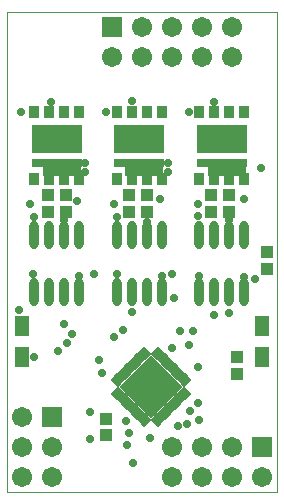
<source format=gts>
%FSLAX25Y25*%
%MOIN*%
G70*
G01*
G75*
G04 Layer_Color=8388736*
%ADD10R,0.03937X0.05906*%
%ADD11R,0.15748X0.08465*%
%ADD12R,0.02402X0.03268*%
%ADD13R,0.15748X0.02362*%
%ADD14R,0.12362X0.02835*%
%ADD15R,0.03543X0.03150*%
%ADD16O,0.02362X0.08661*%
%ADD17P,0.20044X4X360.0*%
G04:AMPARAMS|DCode=18|XSize=8.66mil|YSize=27.56mil|CornerRadius=0mil|HoleSize=0mil|Usage=FLASHONLY|Rotation=315.000|XOffset=0mil|YOffset=0mil|HoleType=Round|Shape=Rectangle|*
%AMROTATEDRECTD18*
4,1,4,-0.01281,-0.00668,0.00668,0.01281,0.01281,0.00668,-0.00668,-0.01281,-0.01281,-0.00668,0.0*
%
%ADD18ROTATEDRECTD18*%

G04:AMPARAMS|DCode=19|XSize=8.66mil|YSize=27.56mil|CornerRadius=0mil|HoleSize=0mil|Usage=FLASHONLY|Rotation=45.000|XOffset=0mil|YOffset=0mil|HoleType=Round|Shape=Rectangle|*
%AMROTATEDRECTD19*
4,1,4,0.00668,-0.01281,-0.01281,0.00668,-0.00668,0.01281,0.01281,-0.00668,0.00668,-0.01281,0.0*
%
%ADD19ROTATEDRECTD19*%

%ADD20C,0.00800*%
%ADD21C,0.00600*%
%ADD22C,0.02000*%
%ADD23R,0.06500X0.17000*%
%ADD24R,0.07000X0.17000*%
%ADD25R,0.08000X0.05500*%
%ADD26R,0.07000X0.33000*%
%ADD27R,0.07500X0.05500*%
%ADD28R,0.10000X0.04500*%
%ADD29R,0.11000X0.04500*%
%ADD30R,0.07000X0.20000*%
%ADD31R,0.58000X0.10500*%
%ADD32C,0.00200*%
%ADD33R,0.05906X0.05906*%
%ADD34C,0.05906*%
%ADD35R,0.05906X0.05906*%
%ADD36C,0.01969*%
%ADD37R,0.01378X0.01378*%
%ADD38R,0.03150X0.03543*%
%ADD39R,0.23000X0.07500*%
%ADD40R,0.23500X0.07500*%
%ADD41R,0.17000X0.07500*%
%ADD42R,0.07000X0.19500*%
%ADD43R,0.08000X0.19500*%
%ADD44R,0.07000X0.21000*%
%ADD45R,0.08000X0.19000*%
%ADD46C,0.00984*%
%ADD47C,0.00787*%
%ADD48C,0.00500*%
%ADD49R,0.04737X0.06706*%
%ADD50R,0.16548X0.09265*%
%ADD51R,0.03202X0.04068*%
%ADD52R,0.16548X0.03162*%
%ADD53R,0.13162X0.03635*%
%ADD54R,0.04343X0.03950*%
%ADD55O,0.03162X0.09461*%
%ADD56P,0.21175X4X360.0*%
G04:AMPARAMS|DCode=57|XSize=16.66mil|YSize=35.56mil|CornerRadius=0mil|HoleSize=0mil|Usage=FLASHONLY|Rotation=315.000|XOffset=0mil|YOffset=0mil|HoleType=Round|Shape=Rectangle|*
%AMROTATEDRECTD57*
4,1,4,-0.01846,-0.00668,0.00668,0.01846,0.01846,0.00668,-0.00668,-0.01846,-0.01846,-0.00668,0.0*
%
%ADD57ROTATEDRECTD57*%

G04:AMPARAMS|DCode=58|XSize=16.66mil|YSize=35.56mil|CornerRadius=0mil|HoleSize=0mil|Usage=FLASHONLY|Rotation=45.000|XOffset=0mil|YOffset=0mil|HoleType=Round|Shape=Rectangle|*
%AMROTATEDRECTD58*
4,1,4,0.00668,-0.01846,-0.01846,0.00668,-0.00668,0.01846,0.01846,-0.00668,0.00668,-0.01846,0.0*
%
%ADD58ROTATEDRECTD58*%

%ADD59R,0.06706X0.06706*%
%ADD60C,0.06706*%
%ADD61R,0.06706X0.06706*%
%ADD62C,0.02769*%
D32*
X-0Y0D02*
Y160000D01*
X90000D01*
Y0D02*
Y160000D01*
X-0Y0D02*
X90000D01*
D49*
X5000Y55312D02*
D03*
Y44888D02*
D03*
X85000Y55312D02*
D03*
Y44888D02*
D03*
D50*
X71500Y117567D02*
D03*
X44000D02*
D03*
X16500D02*
D03*
D51*
X64000Y104339D02*
D03*
X69000D02*
D03*
X74000D02*
D03*
X79000D02*
D03*
Y126661D02*
D03*
X74000D02*
D03*
X69000D02*
D03*
X64000D02*
D03*
X36500Y104339D02*
D03*
X41500D02*
D03*
X46500D02*
D03*
X51500D02*
D03*
Y126661D02*
D03*
X46500D02*
D03*
X41500D02*
D03*
X36500D02*
D03*
X9000Y104339D02*
D03*
X14000D02*
D03*
X19000D02*
D03*
X24000D02*
D03*
Y126661D02*
D03*
X19000D02*
D03*
X14000D02*
D03*
X9000D02*
D03*
D52*
X71500Y109398D02*
D03*
X44000D02*
D03*
X16500D02*
D03*
D53*
X73193Y106799D02*
D03*
X45693D02*
D03*
X18193D02*
D03*
D54*
X76500Y39244D02*
D03*
Y44756D02*
D03*
X33000Y24256D02*
D03*
Y18744D02*
D03*
X86500Y74244D02*
D03*
Y79756D02*
D03*
X74000Y98756D02*
D03*
Y93244D02*
D03*
X68000Y98756D02*
D03*
Y93244D02*
D03*
X46500Y98756D02*
D03*
Y93244D02*
D03*
X40500Y98756D02*
D03*
Y93244D02*
D03*
X19500Y98756D02*
D03*
Y93244D02*
D03*
X13500Y98756D02*
D03*
Y93244D02*
D03*
D55*
X79000Y85449D02*
D03*
X74000D02*
D03*
X69000D02*
D03*
X64000D02*
D03*
X79000Y66551D02*
D03*
X74000D02*
D03*
X69000D02*
D03*
X64000D02*
D03*
X51500Y85449D02*
D03*
X46500D02*
D03*
X41500D02*
D03*
X36500D02*
D03*
X51500Y66551D02*
D03*
X46500D02*
D03*
X41500D02*
D03*
X36500D02*
D03*
X24000Y85449D02*
D03*
X19000D02*
D03*
X14000D02*
D03*
X9000D02*
D03*
X24000Y66551D02*
D03*
X19000D02*
D03*
X14000D02*
D03*
X9000D02*
D03*
D56*
X48000Y35000D02*
D03*
D57*
X49670Y46692D02*
D03*
X50784Y45579D02*
D03*
X51897Y44465D02*
D03*
X53011Y43352D02*
D03*
X54124Y42238D02*
D03*
X55238Y41125D02*
D03*
X56352Y40011D02*
D03*
X57465Y38897D02*
D03*
X58579Y37784D02*
D03*
X59692Y36670D02*
D03*
X46330Y23308D02*
D03*
X45216Y24421D02*
D03*
X44103Y25535D02*
D03*
X42989Y26648D02*
D03*
X41875Y27762D02*
D03*
X40762Y28875D02*
D03*
X39648Y29989D02*
D03*
X38535Y31103D02*
D03*
X37421Y32216D02*
D03*
X36307Y33330D02*
D03*
D58*
X59692D02*
D03*
X58579Y32216D02*
D03*
X57465Y31103D02*
D03*
X56352Y29989D02*
D03*
X55238Y28875D02*
D03*
X54124Y27762D02*
D03*
X53011Y26648D02*
D03*
X51897Y25535D02*
D03*
X50784Y24421D02*
D03*
X49670Y23308D02*
D03*
X36307Y36670D02*
D03*
X37421Y37784D02*
D03*
X38535Y38897D02*
D03*
X39648Y40011D02*
D03*
X40762Y41125D02*
D03*
X41875Y42238D02*
D03*
X42989Y43352D02*
D03*
X44103Y44465D02*
D03*
X45216Y45579D02*
D03*
X46330Y46692D02*
D03*
D59*
X15000Y25000D02*
D03*
D60*
X5000D02*
D03*
X15000Y15000D02*
D03*
X5000D02*
D03*
X15000Y5000D02*
D03*
X5000D02*
D03*
X75000Y145000D02*
D03*
Y155000D02*
D03*
X65000Y145000D02*
D03*
Y155000D02*
D03*
X55000Y145000D02*
D03*
Y155000D02*
D03*
X45000Y145000D02*
D03*
Y155000D02*
D03*
X35000Y145000D02*
D03*
X55000Y5000D02*
D03*
Y15000D02*
D03*
X65000Y5000D02*
D03*
Y15000D02*
D03*
X75000Y5000D02*
D03*
Y15000D02*
D03*
X85000Y5000D02*
D03*
D61*
X35000Y155000D02*
D03*
X85000Y15000D02*
D03*
D62*
X40000Y15500D02*
D03*
X47500Y18000D02*
D03*
X60000Y22500D02*
D03*
X64000Y24000D02*
D03*
X57000Y22000D02*
D03*
X27500Y26500D02*
D03*
Y17500D02*
D03*
X4000Y60500D02*
D03*
X63500Y41500D02*
D03*
X55000Y34500D02*
D03*
X42000Y9500D02*
D03*
X55000Y48000D02*
D03*
X57500Y53500D02*
D03*
X39500Y23500D02*
D03*
X40500Y19500D02*
D03*
X69000Y59000D02*
D03*
X62000Y53500D02*
D03*
X74000Y59500D02*
D03*
X60500Y49000D02*
D03*
X35500Y51500D02*
D03*
X31500Y39500D02*
D03*
X55500Y64500D02*
D03*
X30476Y43774D02*
D03*
X41500Y60000D02*
D03*
X61000Y27000D02*
D03*
X38500Y54000D02*
D03*
X63500Y29500D02*
D03*
X17000Y47000D02*
D03*
X20000Y49500D02*
D03*
X21500Y52500D02*
D03*
X8888Y44888D02*
D03*
X19000Y56000D02*
D03*
X84500Y108000D02*
D03*
X82500Y71000D02*
D03*
X55000Y72500D02*
D03*
X29000D02*
D03*
X7500Y96000D02*
D03*
X22500Y109500D02*
D03*
Y106500D02*
D03*
X26000D02*
D03*
Y109500D02*
D03*
X40000D02*
D03*
X42000Y107000D02*
D03*
X42500Y109398D02*
D03*
X37000Y109500D02*
D03*
X35500Y96000D02*
D03*
X53500Y109500D02*
D03*
Y106500D02*
D03*
X50000D02*
D03*
Y109500D02*
D03*
X64500D02*
D03*
X70000Y109398D02*
D03*
X69500Y107000D02*
D03*
X67500Y109500D02*
D03*
X60500Y126500D02*
D03*
X63500Y96000D02*
D03*
X75000Y115000D02*
D03*
X78000D02*
D03*
X75000Y117500D02*
D03*
X78000D02*
D03*
X75000Y120000D02*
D03*
X78000D02*
D03*
X50500Y115000D02*
D03*
X47500D02*
D03*
X50500Y120000D02*
D03*
X47500D02*
D03*
Y117500D02*
D03*
X50500D02*
D03*
X20000Y120000D02*
D03*
Y117500D02*
D03*
Y115000D02*
D03*
X23000D02*
D03*
Y120000D02*
D03*
Y117500D02*
D03*
X79000Y97500D02*
D03*
X51000D02*
D03*
X79000Y71500D02*
D03*
X51500Y72000D02*
D03*
X64000D02*
D03*
X36500Y72500D02*
D03*
Y91500D02*
D03*
X63500Y92000D02*
D03*
X74000Y90500D02*
D03*
X46500Y90000D02*
D03*
X33000Y126500D02*
D03*
X69000Y130000D02*
D03*
X41756Y130244D02*
D03*
X23272Y97000D02*
D03*
X14500Y130000D02*
D03*
X24000Y72000D02*
D03*
X19000Y90500D02*
D03*
X8500Y72500D02*
D03*
X9000Y91500D02*
D03*
X4661Y126661D02*
D03*
M02*

</source>
